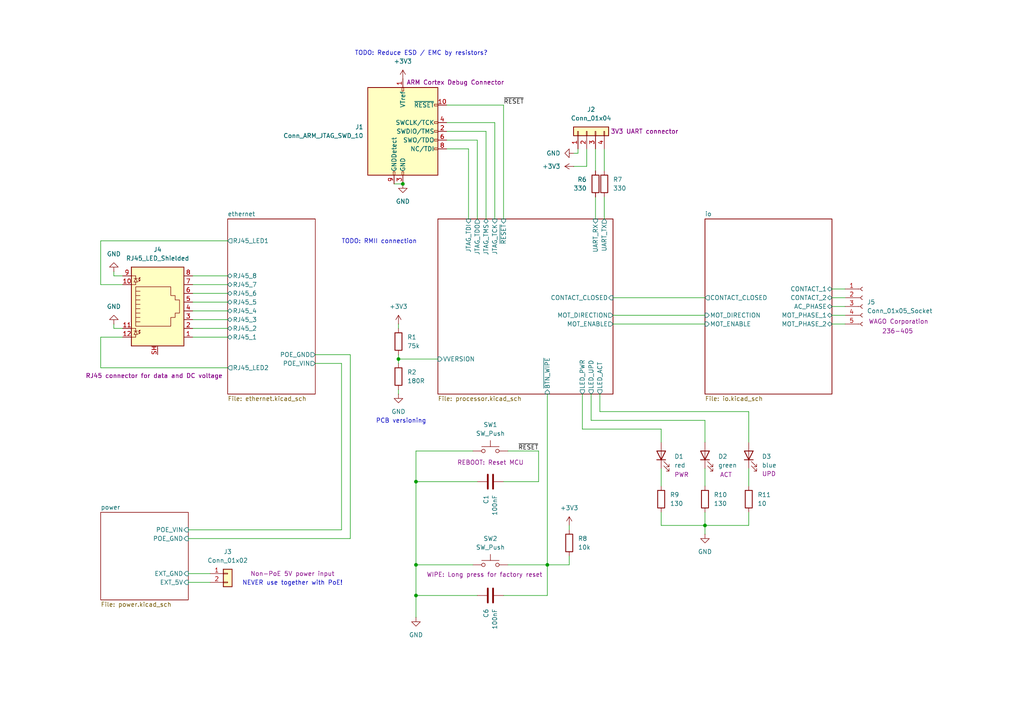
<source format=kicad_sch>
(kicad_sch (version 20250114) (generator "eeschema") (generator_version "9.0")
  (paper "A4")
  (title_block (title "iot-contact"))
  (lib_symbols
    (symbol "Connector:Conn_01x05_Socket" (pin_names (offset 1.016) (hide yes))
      (property "Reference" "J" (at 0 7.62 0))
      (property "Value" "Conn_01x05_Socket" (at 0 -7.62 0))
      (symbol "Conn_01x05_Socket_1_1"
        (polyline (pts (xy -1.27 5.08) (xy -0.508 5.08)) (stroke (width 0.1524)))
        (polyline (pts (xy -1.27 2.54) (xy -0.508 2.54)) (stroke (width 0.1524)))
        (polyline (pts (xy -1.27 0) (xy -0.508 0)) (stroke (width 0.1524)))
        (polyline (pts (xy -1.27 -2.54) (xy -0.508 -2.54)) (stroke (width 0.1524)))
        (polyline (pts (xy -1.27 -5.08) (xy -0.508 -5.08)) (stroke (width 0.1524)))
        (arc (start 0 4.572) (mid -0.5058 5.08) (end 0 5.588) (stroke (width 0.1524)))
        (arc (start 0 2.032) (mid -0.5058 2.54) (end 0 3.048) (stroke (width 0.1524)))
        (arc (start 0 -0.508) (mid -0.5058 0) (end 0 0.508) (stroke (width 0.1524)))
        (arc (start 0 -3.048) (mid -0.5058 -2.54) (end 0 -2.032) (stroke (width 0.1524)))
        (arc (start 0 -5.588) (mid -0.5058 -5.08) (end 0 -4.572) (stroke (width 0.1524)))
        (pin passive line (at -5.08 5.08 0) (length 3.81) (name "Pin_1") (number "1"))
        (pin passive line (at -5.08 2.54 0) (length 3.81) (name "Pin_2") (number "2"))
        (pin passive line (at -5.08 0 0) (length 3.81) (name "Pin_3") (number "3"))
        (pin passive line (at -5.08 -2.54 0) (length 3.81) (name "Pin_4") (number "4"))
        (pin passive line (at -5.08 -5.08 0) (length 3.81) (name "Pin_5") (number "5"))
      )
    )
    (symbol "Connector:Conn_ARM_JTAG_SWD_10" (pin_names (offset 1.016))
      (property "Reference" "J" (at -2.54 16.51 0))
      (property "Value" "Conn_ARM_JTAG_SWD_10" (at -2.54 13.97 0))
      (symbol "Conn_ARM_JTAG_SWD_10_0_1"
        (rectangle (start -10.16 12.7) (end 10.16 -12.7) (stroke (width 0.254)) (fill (type background)))
        (rectangle (start -2.794 -12.7) (end -2.286 -11.684))
        (rectangle (start -0.254 12.7) (end 0.254 11.684))
        (rectangle (start -0.254 -12.7) (end 0.254 -11.684))
        (rectangle (start 9.144 2.286) (end 10.16 2.794))
        (rectangle (start 10.16 7.874) (end 9.144 7.366))
        (rectangle (start 10.16 -0.254) (end 9.144 0.254))
        (rectangle (start 10.16 -2.794) (end 9.144 -2.286))
      )
      (symbol "Conn_ARM_JTAG_SWD_10_1_1"
        (rectangle (start 9.144 -5.334) (end 10.16 -4.826))
        (pin no_connect line (at -10.16 0 0) (length 2.54) (hide yes) (name "KEY") (number "7"))
        (pin passive line (at -2.54 -15.24 90) (length 2.54) (name "GNDDetect") (number "9"))
        (pin power_in line (at 0 15.24 270) (length 2.54) (name "VTref") (number "1"))
        (pin power_in line (at 0 -15.24 90) (length 2.54) (name "GND") (number "3"))
        (pin passive line (at 0 -15.24 90) (length 2.54) (hide yes) (name "GND") (number "5"))
        (pin open_collector line (at 12.7 7.62 180) (length 2.54) (name "~{RESET}") (number "10"))
        (pin output line (at 12.7 2.54 180) (length 2.54) (name "SWCLK/TCK") (number "4"))
        (pin bidirectional line (at 12.7 0 180) (length 2.54) (name "SWDIO/TMS") (number "2"))
        (pin input line (at 12.7 -2.54 180) (length 2.54) (name "SWO/TDO") (number "6"))
        (pin output line (at 12.7 -5.08 180) (length 2.54) (name "NC/TDI") (number "8"))
      )
    )
    (symbol "Connector:RJ45_LED_Shielded" (pin_names (offset 1.016))
      (property "Reference" "J" (at -5.08 13.97 0))
      (property "Value" "RJ45_LED_Shielded" (at 1.27 13.97 0))
      (symbol "RJ45_LED_Shielded_0_1"
        (polyline (pts (xy -7.62 10.16) (xy -6.35 10.16)))
        (polyline (pts (xy -7.62 7.62) (xy -6.35 7.62)))
        (polyline (pts (xy -7.62 -5.08) (xy -6.35 -5.08)))
        (polyline (pts (xy -7.62 -7.62) (xy -6.35 -7.62)))
        (polyline (pts (xy -6.858 9.398) (xy -5.842 9.398)))
        (polyline (pts (xy -6.858 -5.842) (xy -5.842 -5.842)))
        (polyline (pts (xy -6.35 10.16) (xy -6.35 9.398)))
        (polyline (pts (xy -6.35 9.398) (xy -6.858 8.382) (xy -5.842 8.382) (xy -6.35 9.398)))
        (polyline (pts (xy -6.35 7.62) (xy -6.35 8.382)))
        (polyline (pts (xy -6.35 1.905) (xy -5.08 1.905) (xy -5.08 1.905)))
        (polyline (pts (xy -6.35 0.635) (xy -5.08 0.635) (xy -5.08 0.635)))
        (polyline (pts (xy -6.35 -0.635) (xy -5.08 -0.635) (xy -5.08 -0.635)))
        (polyline (pts (xy -6.35 -1.905) (xy -5.08 -1.905) (xy -5.08 -1.905)))
        (polyline (pts (xy -6.35 -3.175) (xy -5.08 -3.175) (xy -5.08 -3.175)))
        (polyline (pts (xy -6.35 -4.445) (xy -6.35 6.985) (xy 3.81 6.985) (xy 3.81 4.445) (xy 5.08 4.445) (xy 5.08 3.175) (xy 6.35 3.175) (xy 6.35 -0.635) (xy 5.08 -0.635) (xy 5.08 -1.905) (xy 3.81 -1.905) (xy 3.81 -4.445) (xy -6.35 -4.445) (xy -6.35 -4.445)))
        (polyline (pts (xy -6.35 -5.08) (xy -6.35 -5.842)))
        (polyline (pts (xy -6.35 -5.842) (xy -6.858 -6.858) (xy -5.842 -6.858) (xy -6.35 -5.842)))
        (polyline (pts (xy -6.35 -7.62) (xy -6.35 -6.858)))
        (polyline (pts (xy -5.588 9.144) (xy -5.08 9.652) (xy -5.461 9.525)))
        (polyline (pts (xy -5.588 8.509) (xy -5.08 9.017) (xy -5.461 8.89)))
        (polyline (pts (xy -5.588 -6.096) (xy -5.08 -5.588) (xy -5.461 -5.715)))
        (polyline (pts (xy -5.588 -6.731) (xy -5.08 -6.223) (xy -5.461 -6.35)))
        (polyline (pts (xy -5.08 9.652) (xy -5.207 9.271)))
        (polyline (pts (xy -5.08 9.017) (xy -5.207 8.636)))
        (polyline (pts (xy -5.08 5.715) (xy -6.35 5.715)))
        (polyline (pts (xy -5.08 4.445) (xy -6.35 4.445)))
        (polyline (pts (xy -5.08 3.175) (xy -6.35 3.175) (xy -6.35 3.175)))
        (polyline (pts (xy -5.08 -5.588) (xy -5.207 -5.969)))
        (polyline (pts (xy -5.08 -6.223) (xy -5.207 -6.604)))
        (rectangle (start 7.62 12.7) (end -7.62 -10.16) (stroke (width 0.254)) (fill (type background)))
      )
      (symbol "RJ45_LED_Shielded_1_1"
        (pin passive line (at -10.16 10.16 0) (length 2.54) (name "~") (number "9"))
        (pin passive line (at -10.16 7.62 0) (length 2.54) (name "~") (number "10"))
        (pin passive line (at -10.16 -5.08 0) (length 2.54) (name "~") (number "11"))
        (pin passive line (at -10.16 -7.62 0) (length 2.54) (name "~") (number "12"))
        (pin passive line (at 0 -12.7 90) (length 2.54) (name "~") (number "SH"))
        (pin passive line (at 10.16 10.16 180) (length 2.54) (name "~") (number "8"))
        (pin passive line (at 10.16 7.62 180) (length 2.54) (name "~") (number "7"))
        (pin passive line (at 10.16 5.08 180) (length 2.54) (name "~") (number "6"))
        (pin passive line (at 10.16 2.54 180) (length 2.54) (name "~") (number "5"))
        (pin passive line (at 10.16 0 180) (length 2.54) (name "~") (number "4"))
        (pin passive line (at 10.16 -2.54 180) (length 2.54) (name "~") (number "3"))
        (pin passive line (at 10.16 -5.08 180) (length 2.54) (name "~") (number "2"))
        (pin passive line (at 10.16 -7.62 180) (length 2.54) (name "~") (number "1"))
      )
    )
    (symbol "Connector_Generic:Conn_01x02" (pin_names (offset 1.016) (hide yes))
      (property "Reference" "J" (at 0 2.54 0))
      (property "Value" "Conn_01x02" (at 0 -5.08 0))
      (symbol "Conn_01x02_1_1"
        (rectangle (start -1.27 1.27) (end 1.27 -3.81) (stroke (width 0.254)) (fill (type background)))
        (rectangle (start -1.27 0.127) (end 0 -0.127) (stroke (width 0.1524)))
        (rectangle (start -1.27 -2.413) (end 0 -2.667) (stroke (width 0.1524)))
        (pin passive line (at -5.08 0 0) (length 3.81) (name "Pin_1") (number "1"))
        (pin passive line (at -5.08 -2.54 0) (length 3.81) (name "Pin_2") (number "2"))
      )
    )
    (symbol "Connector_Generic:Conn_01x04" (pin_names (offset 1.016) (hide yes))
      (property "Reference" "J" (at 0 5.08 0))
      (property "Value" "Conn_01x04" (at 0 -7.62 0))
      (symbol "Conn_01x04_1_1"
        (rectangle (start -1.27 3.81) (end 1.27 -6.35) (stroke (width 0.254)) (fill (type background)))
        (rectangle (start -1.27 2.667) (end 0 2.413) (stroke (width 0.1524)))
        (rectangle (start -1.27 0.127) (end 0 -0.127) (stroke (width 0.1524)))
        (rectangle (start -1.27 -2.413) (end 0 -2.667) (stroke (width 0.1524)))
        (rectangle (start -1.27 -4.953) (end 0 -5.207) (stroke (width 0.1524)))
        (pin passive line (at -5.08 2.54 0) (length 3.81) (name "Pin_1") (number "1"))
        (pin passive line (at -5.08 0 0) (length 3.81) (name "Pin_2") (number "2"))
        (pin passive line (at -5.08 -2.54 0) (length 3.81) (name "Pin_3") (number "3"))
        (pin passive line (at -5.08 -5.08 0) (length 3.81) (name "Pin_4") (number "4"))
      )
    )
    (symbol "Device:C" (pin_numbers (hide yes)) (pin_names (offset 0.254))
      (property "Reference" "C" (at 0.635 2.54 0))
      (property "Value" "C" (at 0.635 -2.54 0))
      (symbol "C_0_1"
        (polyline (pts (xy -2.032 0.762) (xy 2.032 0.762)) (stroke (width 0.508)))
        (polyline (pts (xy -2.032 -0.762) (xy 2.032 -0.762)) (stroke (width 0.508)))
      )
      (symbol "C_1_1"
        (pin passive line (at 0 3.81 270) (length 2.794) (name "~") (number "1"))
        (pin passive line (at 0 -3.81 90) (length 2.794) (name "~") (number "2"))
      )
    )
    (symbol "Device:LED" (pin_numbers (hide yes)) (pin_names (offset 1.016) (hide yes))
      (property "Reference" "D" (at 0 2.54 0))
      (property "Value" "LED" (at 0 -2.54 0))
      (symbol "LED_0_1"
        (polyline (pts (xy -3.048 -0.762) (xy -4.572 -2.286) (xy -3.81 -2.286) (xy -4.572 -2.286) (xy -4.572 -1.524)))
        (polyline (pts (xy -1.778 -0.762) (xy -3.302 -2.286) (xy -2.54 -2.286) (xy -3.302 -2.286) (xy -3.302 -1.524)))
        (polyline (pts (xy -1.27 0) (xy 1.27 0)))
        (polyline (pts (xy -1.27 -1.27) (xy -1.27 1.27)) (stroke (width 0.254)))
        (polyline (pts (xy 1.27 -1.27) (xy 1.27 1.27) (xy -1.27 0) (xy 1.27 -1.27)) (stroke (width 0.254)))
      )
      (symbol "LED_1_1"
        (pin passive line (at -3.81 0 0) (length 2.54) (name "K") (number "1"))
        (pin passive line (at 3.81 0 180) (length 2.54) (name "A") (number "2"))
      )
    )
    (symbol "Device:R" (pin_numbers (hide yes)) (pin_names (offset 0))
      (property "Reference" "R" (at 2.032 0 90))
      (property "Value" "R" (at 0 0 90))
      (symbol "R_0_1"
        (rectangle (start -1.016 -2.54) (end 1.016 2.54) (stroke (width 0.254)))
      )
      (symbol "R_1_1"
        (pin passive line (at 0 3.81 270) (length 1.27) (name "~") (number "1"))
        (pin passive line (at 0 -3.81 90) (length 1.27) (name "~") (number "2"))
      )
    )
    (symbol "Switch:SW_Push" (pin_numbers (hide yes)) (pin_names (offset 1.016) (hide yes))
      (property "Reference" "SW" (at 1.27 2.54 0))
      (property "Value" "SW_Push" (at 0 -1.524 0))
      (symbol "SW_Push_0_1"
        (circle (center -2.032 0) (radius 0.508))
        (polyline (pts (xy 0 1.27) (xy 0 3.048)))
        (circle (center 2.032 0) (radius 0.508))
        (polyline (pts (xy 2.54 1.27) (xy -2.54 1.27)))
        (pin passive line (at -5.08 0 0) (length 2.54) (name "1") (number "1"))
        (pin passive line (at 5.08 0 180) (length 2.54) (name "2") (number "2"))
      )
    )
    (symbol "power:+3V3" (power) (pin_numbers (hide yes)) (pin_names (offset 0) (hide yes))
      (property "Value" "+3V3" (at 0 3.556 0))
      (symbol "+3V3_0_1"
        (polyline (pts (xy -0.762 1.27) (xy 0 2.54)))
        (polyline (pts (xy 0 2.54) (xy 0.762 1.27)))
        (polyline (pts (xy 0 0) (xy 0 2.54)))
      )
      (symbol "+3V3_1_1"
        (pin power_in line (at 0 0 90) (length 0) (name "~") (number "1"))
      )
    )
    (symbol "power:GND" (power) (pin_numbers (hide yes)) (pin_names (offset 0) (hide yes))
      (property "Value" "GND" (at 0 -3.81 0))
      (symbol "GND_0_1"
        (polyline (pts (xy 0 0) (xy 0 -1.27) (xy 1.27 -1.27) (xy 0 -2.54) (xy -1.27 -1.27) (xy 0 -1.27)))
      )
      (symbol "GND_1_1"
        (pin power_in line (at 0 0 270) (length 0) (name "~") (number "1"))
      )
    )
  )
  (text "NEVER use together with PoE!" (at 84.836 169.164 0) (effects (font (size 1.27 1.27))))
  (text "PCB versioning" (at 116.332 122.174 0) (effects (font (size 1.27 1.27))))
  (text "TODO: Reduce ESD / EMC by resistors?" (at 122.174 15.494 0) (effects (font (size 1.27 1.27))))
  (text "TODO: RMII connection" (at 109.982 70.104 0) (effects (font (size 1.27 1.27))))
  (junction (at 120.65 172.72))
  (junction (at 120.65 163.83))
  (junction (at 204.47 152.4))
  (junction (at 120.65 139.7))
  (junction (at 158.75 163.83))
  (junction (at 115.57 104.14))
  (junction (at 116.84 53.34))
  (wire (pts (xy 204.47 152.4) (xy 204.47 154.94)))
  (wire (pts (xy 138.43 40.64) (xy 138.43 63.5)))
  (wire (pts (xy 175.26 57.15) (xy 175.26 63.5)))
  (wire (pts (xy 241.3 93.98) (xy 245.11 93.98)))
  (wire (pts (xy 29.21 82.55) (xy 35.56 82.55)))
  (wire (pts (xy 120.65 163.83) (xy 137.16 163.83)))
  (wire (pts (xy 120.65 163.83) (xy 120.65 172.72)))
  (wire (pts (xy 115.57 102.87) (xy 115.57 104.14)))
  (wire (pts (xy 55.88 80.01) (xy 66.04 80.01)))
  (wire (pts (xy 33.02 80.01) (xy 35.56 80.01)))
  (wire (pts (xy 146.05 139.7) (xy 156.21 139.7)))
  (wire (pts (xy 170.18 48.26) (xy 166.37 48.26)))
  (wire (pts (xy 158.75 172.72) (xy 158.75 163.83)))
  (wire (pts (xy 147.32 163.83) (xy 158.75 163.83)))
  (wire (pts (xy 191.77 148.59) (xy 191.77 152.4)))
  (wire (pts (xy 129.54 35.56) (xy 143.51 35.56)))
  (wire (pts (xy 165.1 163.83) (xy 158.75 163.83)))
  (wire (pts (xy 177.8 86.36) (xy 204.47 86.36)))
  (wire (pts (xy 129.54 30.48) (xy 146.05 30.48)))
  (wire (pts (xy 146.05 30.48) (xy 146.05 63.5)))
  (wire (pts (xy 158.75 114.3) (xy 158.75 163.83)))
  (wire (pts (xy 120.65 130.81) (xy 120.65 139.7)))
  (wire (pts (xy 55.88 85.09) (xy 66.04 85.09)))
  (wire (pts (xy 191.77 152.4) (xy 204.47 152.4)))
  (wire (pts (xy 33.02 93.98) (xy 33.02 95.25)))
  (wire (pts (xy 241.3 91.44) (xy 245.11 91.44)))
  (wire (pts (xy 91.44 102.87) (xy 101.6 102.87)))
  (wire (pts (xy 114.3 53.34) (xy 116.84 53.34)))
  (wire (pts (xy 173.99 114.3) (xy 173.99 119.38)))
  (wire (pts (xy 129.54 40.64) (xy 138.43 40.64)))
  (wire (pts (xy 166.37 44.45) (xy 167.64 44.45)))
  (wire (pts (xy 172.72 57.15) (xy 172.72 63.5)))
  (wire (pts (xy 115.57 104.14) (xy 115.57 105.41)))
  (wire (pts (xy 241.3 83.82) (xy 245.11 83.82)))
  (wire (pts (xy 120.65 139.7) (xy 120.65 163.83)))
  (wire (pts (xy 115.57 104.14) (xy 127 104.14)))
  (wire (pts (xy 115.57 113.03) (xy 115.57 114.3)))
  (wire (pts (xy 168.91 124.46) (xy 168.91 114.3)))
  (wire (pts (xy 170.18 43.18) (xy 170.18 48.26)))
  (wire (pts (xy 101.6 156.21) (xy 54.61 156.21)))
  (wire (pts (xy 241.3 86.36) (xy 245.11 86.36)))
  (wire (pts (xy 217.17 135.89) (xy 217.17 140.97)))
  (wire (pts (xy 129.54 43.18) (xy 135.89 43.18)))
  (wire (pts (xy 120.65 139.7) (xy 138.43 139.7)))
  (wire (pts (xy 55.88 82.55) (xy 66.04 82.55)))
  (wire (pts (xy 165.1 152.4) (xy 165.1 153.67)))
  (wire (pts (xy 172.72 43.18) (xy 172.72 49.53)))
  (wire (pts (xy 165.1 161.29) (xy 165.1 163.83)))
  (wire (pts (xy 241.3 88.9) (xy 245.11 88.9)))
  (wire (pts (xy 115.57 93.98) (xy 115.57 95.25)))
  (wire (pts (xy 55.88 97.79) (xy 66.04 97.79)))
  (wire (pts (xy 167.64 44.45) (xy 167.64 43.18)))
  (wire (pts (xy 120.65 172.72) (xy 120.65 179.07)))
  (wire (pts (xy 140.97 38.1) (xy 140.97 63.5)))
  (wire (pts (xy 33.02 78.74) (xy 33.02 80.01)))
  (wire (pts (xy 173.99 119.38) (xy 217.17 119.38)))
  (wire (pts (xy 99.06 153.67) (xy 54.61 153.67)))
  (wire (pts (xy 175.26 43.18) (xy 175.26 49.53)))
  (wire (pts (xy 177.8 91.44) (xy 204.47 91.44)))
  (wire (pts (xy 217.17 152.4) (xy 204.47 152.4)))
  (wire (pts (xy 29.21 97.79) (xy 35.56 97.79)))
  (wire (pts (xy 143.51 35.56) (xy 143.51 63.5)))
  (wire (pts (xy 171.45 114.3) (xy 171.45 121.92)))
  (wire (pts (xy 55.88 87.63) (xy 66.04 87.63)))
  (wire (pts (xy 129.54 38.1) (xy 140.97 38.1)))
  (wire (pts (xy 191.77 124.46) (xy 191.77 128.27)))
  (wire (pts (xy 204.47 135.89) (xy 204.47 140.97)))
  (wire (pts (xy 204.47 121.92) (xy 204.47 128.27)))
  (wire (pts (xy 135.89 43.18) (xy 135.89 63.5)))
  (wire (pts (xy 171.45 121.92) (xy 204.47 121.92)))
  (wire (pts (xy 55.88 95.25) (xy 66.04 95.25)))
  (wire (pts (xy 60.96 166.37) (xy 54.61 166.37)))
  (wire (pts (xy 120.65 130.81) (xy 137.16 130.81)))
  (wire (pts (xy 217.17 119.38) (xy 217.17 128.27)))
  (wire (pts (xy 60.96 168.91) (xy 54.61 168.91)))
  (wire (pts (xy 177.8 93.98) (xy 204.47 93.98)))
  (wire (pts (xy 191.77 124.46) (xy 168.91 124.46)))
  (wire (pts (xy 99.06 105.41) (xy 99.06 153.67)))
  (wire (pts (xy 191.77 135.89) (xy 191.77 140.97)))
  (wire (pts (xy 204.47 148.59) (xy 204.47 152.4)))
  (wire (pts (xy 29.21 69.85) (xy 29.21 82.55)))
  (wire (pts (xy 147.32 130.81) (xy 156.21 130.81)))
  (wire (pts (xy 146.05 172.72) (xy 158.75 172.72)))
  (wire (pts (xy 91.44 105.41) (xy 99.06 105.41)))
  (wire (pts (xy 55.88 90.17) (xy 66.04 90.17)))
  (wire (pts (xy 101.6 102.87) (xy 101.6 156.21)))
  (wire (pts (xy 33.02 95.25) (xy 35.56 95.25)))
  (wire (pts (xy 217.17 148.59) (xy 217.17 152.4)))
  (wire (pts (xy 138.43 172.72) (xy 120.65 172.72)))
  (wire (pts (xy 55.88 92.71) (xy 66.04 92.71)))
  (wire (pts (xy 29.21 106.68) (xy 29.21 97.79)))
  (wire (pts (xy 66.04 69.85) (xy 29.21 69.85)))
  (wire (pts (xy 66.04 106.68) (xy 29.21 106.68)))
  (wire (pts (xy 156.21 139.7) (xy 156.21 130.81)))
  (label "~{RESET}" (at 146.05 30.48 0))
  (label "~{RESET}" (at 156.21 130.81 180))
  (symbol (lib_id "Device:R") (at 217.17 144.78 0) (unit 1)
    (property "Reference" "R11" (at 219.71 143.5099 0) (effects (justify left)))
    (property "Value" "10" (at 219.71 146.0499 0) (effects (justify left)))
    (property "Description" "Resistor" (effects (hide yes)))
  )
  (symbol (lib_id "power:GND") (at 33.02 93.98 180) (unit 1)
    (property "Reference" "#PWR08" (effects (hide yes)))
    (property "Value" "GND" (at 33.02 88.9 0))
    (property "Description" "Power symbol creates a global label with name \"GND\" , ground" (effects (hide yes)))
  )
  (symbol (lib_id "Switch:SW_Push") (at 142.24 130.81 0) (mirror y) (unit 1)
    (property "Reference" "SW1" (at 142.24 123.19 0))
    (property "Value" "SW_Push" (at 142.24 125.73 0))
    (property "Footprint" "Button_Switch_SMD:SW_SPST_TL3305B" (effects (hide yes)))
    (property "Datasheet" "https://www.e-switch.com/wp-content/uploads/2024/08/TL3305.pdf" (effects (hide yes)))
    (property "Description" "REBOOT: Reset MCU" (at 132.588 134.112 0) (effects (justify right)))
    (property "MPN" "TL3305BF260QG" (effects (hide yes)))
    (property "Manufacturer" "E-Switch" (effects (hide yes)))
  )
  (symbol (lib_id "Connector:RJ45_LED_Shielded") (at 45.72 90.17 0) (unit 1)
    (property "Reference" "J4" (at 45.72 72.39 0))
    (property "Value" "RJ45_LED_Shielded" (at 45.72 74.93 0))
    (property "Footprint" "Connector_RJ:RJ45_BEL_SS74301-00x_Vertical" (effects (hide yes)))
    (property "Datasheet" "https://www.cinch.com/media/datasheets/products/ethernet-usb/ds-stw-2.5g-connectors.pdf" (effects (hide yes)))
    (property "Description" "RJ45 connector for data and DC voltage" (at 44.704 108.966 0))
    (property "MPN" "SS-74301-001" (effects (hide yes)))
    (property "Manufacturer" "Stewart Connector" (effects (hide yes)))
  )
  (symbol (lib_id "Device:R") (at 115.57 109.22 0) (unit 1)
    (property "Reference" "R2" (at 118.11 107.9499 0) (effects (justify left)))
    (property "Value" "180R" (at 118.11 110.4899 0) (effects (justify left)))
    (property "Description" "Resistor" (effects (hide yes)))
  )
  (symbol (lib_id "Device:R") (at 175.26 53.34 0) (unit 1)
    (property "Reference" "R7" (at 177.8 52.0699 0) (effects (justify left)))
    (property "Value" "330" (at 177.8 54.6099 0) (effects (justify left)))
    (property "Description" "Resistor" (effects (hide yes)))
  )
  (symbol (lib_id "Switch:SW_Push") (at 142.24 163.83 0) (mirror y) (unit 1)
    (property "Reference" "SW2" (at 142.24 156.21 0))
    (property "Value" "SW_Push" (at 142.24 158.75 0))
    (property "Footprint" "Button_Switch_SMD:SW_SPST_TL3305B" (effects (hide yes)))
    (property "Datasheet" "https://www.e-switch.com/wp-content/uploads/2024/08/TL3305.pdf" (effects (hide yes)))
    (property "Description" "WIPE: Long press for factory reset" (at 123.698 166.624 0) (effects (justify right)))
    (property "MPN" "TL3305BF260QG" (effects (hide yes)))
    (property "Manufacturer" "E-Switch" (effects (hide yes)))
  )
  (symbol (lib_id "Device:R") (at 115.57 99.06 0) (unit 1)
    (property "Reference" "R1" (at 118.11 97.7899 0) (effects (justify left)))
    (property "Value" "75k" (at 118.11 100.3299 0) (effects (justify left)))
    (property "Description" "Resistor" (effects (hide yes)))
  )
  (symbol (lib_id "Device:LED") (at 217.17 132.08 90) (unit 1)
    (property "Reference" "D3" (at 220.98 132.3974 90) (effects (justify right)))
    (property "Value" "blue" (at 220.98 134.9374 90) (effects (justify right)))
    (property "Footprint" "LED_SMD:LED_1206_3216Metric" (effects (hide yes)))
    (property "Datasheet" "https://s3-us-west-2.amazonaws.com/catsy.557/Dialight_CBI_data_598-1206_Apr2018.pdf" (effects (hide yes)))
    (property "Description" "UPD" (at 220.98 137.414 90) (effects (justify right)))
    (property "MPN" "598-8291-107F" (effects (hide yes)))
    (property "Manufacturer" "Dialight" (effects (hide yes)))
  )
  (symbol (lib_id "Connector_Generic:Conn_01x04") (at 170.18 38.1 90) (unit 1)
    (property "Reference" "J2" (at 171.45 31.75 90))
    (property "Value" "Conn_01x04" (at 171.45 34.29 90))
    (property "Footprint" "Connector_PinHeader_2.54mm:PinHeader_1x04_P2.54mm_Vertical" (effects (hide yes)))
    (property "Description" "3V3 UART connector" (at 186.944 38.1 90))
  )
  (symbol (lib_id "Device:R") (at 165.1 157.48 0) (unit 1)
    (property "Reference" "R8" (at 167.64 156.2099 0) (effects (justify left)))
    (property "Value" "10k" (at 167.64 158.7499 0) (effects (justify left)))
    (property "Description" "Resistor" (effects (hide yes)))
  )
  (symbol (lib_id "Connector:Conn_ARM_JTAG_SWD_10") (at 116.84 38.1 0) (unit 1)
    (property "Reference" "J1" (at 105.41 36.8299 0) (effects (justify right)))
    (property "Value" "Conn_ARM_JTAG_SWD_10" (at 105.41 39.3699 0) (effects (justify right)))
    (property "Datasheet" "https://mm.digikey.com/Volume0/opasdata/d220001/medias/docus/6209/ftsh-1xx-xx-xxx-dv-xxx-xxx-x-xx-mkt.pdf" (effects (hide yes)))
    (property "Description" "ARM Cortex Debug Connector" (at 132.08 23.876 0))
    (property "MPN" "FTSH-105-01-L-DV-007-K-TR" (effects (hide yes)))
    (property "Manufacturer" "samtec" (effects (hide yes)))
  )
  (symbol (lib_id "Connector_Generic:Conn_01x02") (at 66.04 166.37 0) (unit 1)
    (property "Reference" "J3" (at 66.04 160.02 0))
    (property "Value" "Conn_01x02" (at 66.04 162.56 0))
    (property "Footprint" "Connector_PinHeader_2.54mm:PinHeader_1x02_P2.54mm_Vertical" (effects (hide yes)))
    (property "Description" "Non-PoE 5V power input" (at 84.836 166.37 0))
  )
  (symbol (lib_id "power:GND") (at 120.65 179.07 0) (unit 1)
    (property "Reference" "#PWR04" (effects (hide yes)))
    (property "Value" "GND" (at 120.65 184.15 0))
    (property "Description" "Power symbol creates a global label with name \"GND\" , ground" (effects (hide yes)))
  )
  (symbol (lib_id "Connector:Conn_01x05_Socket") (at 250.19 88.9 0) (unit 1)
    (property "Reference" "J5" (at 251.46 87.6299 0) (effects (justify left)))
    (property "Value" "Conn_01x05_Socket" (at 251.46 90.1699 0) (effects (justify left)))
    (property "Footprint" "TerminalBlock_WAGO:TerminalBlock_WAGO_236-405_1x05_P5.00mm_45Degree" (effects (hide yes)))
    (property "Description" "Generic connector, single row, 01x05, script generated" (effects (hide yes)))
    (property "MPN" "236-405" (at 260.35 96.012 0))
    (property "Manufacturer" "WAGO Corporation" (at 260.604 93.218 0))
  )
  (symbol (lib_id "power:+3V3") (at 166.37 48.26 90) (unit 1)
    (property "Reference" "#PWR06" (effects (hide yes)))
    (property "Value" "+3V3" (at 162.56 48.2599 90) (effects (justify left)))
    (property "Description" "Power symbol creates a global label with name \"+3V3\"" (effects (hide yes)))
  )
  (symbol (lib_id "power:+3V3") (at 165.1 152.4 0) (unit 1)
    (property "Reference" "#PWR013" (effects (hide yes)))
    (property "Value" "+3V3" (at 165.1 147.32 0))
    (property "Description" "Power symbol creates a global label with name \"+3V3\"" (effects (hide yes)))
  )
  (symbol (lib_id "Device:LED") (at 204.47 132.08 90) (unit 1)
    (property "Reference" "D2" (at 208.28 132.3974 90) (effects (justify right)))
    (property "Value" "green" (at 208.28 134.9374 90) (effects (justify right)))
    (property "Footprint" "LED_SMD:LED_1206_3216Metric" (effects (hide yes)))
    (property "Datasheet" "https://s3-us-west-2.amazonaws.com/catsy.557/Dialight_CBI_data_598-1206_Apr2018.pdf" (effects (hide yes)))
    (property "Description" "ACT" (at 208.788 137.668 90) (effects (justify right)))
    (property "MPN" "598-8270-107F" (effects (hide yes)))
    (property "Manufacturer" "Dialight" (effects (hide yes)))
  )
  (symbol (lib_id "Device:R") (at 191.77 144.78 0) (unit 1)
    (property "Reference" "R9" (at 194.31 143.5099 0) (effects (justify left)))
    (property "Value" "130" (at 194.31 146.0499 0) (effects (justify left)))
    (property "Description" "Resistor" (effects (hide yes)))
  )
  (symbol (lib_id "Device:R") (at 172.72 53.34 0) (mirror y) (unit 1)
    (property "Reference" "R6" (at 170.18 52.0699 0) (effects (justify left)))
    (property "Value" "330" (at 170.18 54.6099 0) (effects (justify left)))
    (property "Description" "Resistor" (effects (hide yes)))
  )
  (symbol (lib_id "power:GND") (at 116.84 53.34 0) (unit 1)
    (property "Reference" "#PWR02" (effects (hide yes)))
    (property "Value" "GND" (at 116.84 58.42 0))
    (property "Description" "Power symbol creates a global label with name \"GND\" , ground" (effects (hide yes)))
  )
  (symbol (lib_id "power:+3V3") (at 115.57 93.98 0) (unit 1)
    (property "Reference" "#PWR09" (effects (hide yes)))
    (property "Value" "+3V3" (at 115.57 88.9 0))
    (property "Description" "Power symbol creates a global label with name \"+3V3\"" (effects (hide yes)))
  )
  (symbol (lib_id "power:GND") (at 204.47 154.94 0) (unit 1)
    (property "Reference" "#PWR03" (effects (hide yes)))
    (property "Value" "GND" (at 204.47 160.02 0))
    (property "Description" "Power symbol creates a global label with name \"GND\" , ground" (effects (hide yes)))
  )
  (symbol (lib_id "power:GND") (at 166.37 44.45 270) (unit 1)
    (property "Reference" "#PWR05" (effects (hide yes)))
    (property "Value" "GND" (at 162.56 44.4499 90) (effects (justify right)))
    (property "Description" "Power symbol creates a global label with name \"GND\" , ground" (effects (hide yes)))
  )
  (symbol (lib_id "Device:C") (at 142.24 139.7 90) (mirror x) (unit 1)
    (property "Reference" "C1" (at 140.9699 143.51 0) (effects (justify left)))
    (property "Value" "100nF" (at 143.5099 143.51 0) (effects (justify left)))
    (property "Description" "Unpolarized capacitor" (effects (hide yes)))
  )
  (symbol (lib_id "power:GND") (at 115.57 114.3 0) (unit 1)
    (property "Reference" "#PWR010" (effects (hide yes)))
    (property "Value" "GND" (at 115.57 119.38 0))
    (property "Description" "Power symbol creates a global label with name \"GND\" , ground" (effects (hide yes)))
  )
  (symbol (lib_id "Device:C") (at 142.24 172.72 90) (mirror x) (unit 1)
    (property "Reference" "C6" (at 140.9699 176.53 0) (effects (justify left)))
    (property "Value" "100nF" (at 143.5099 176.53 0) (effects (justify left)))
    (property "Description" "Unpolarized capacitor" (effects (hide yes)))
  )
  (symbol (lib_id "Device:R") (at 204.47 144.78 0) (unit 1)
    (property "Reference" "R10" (at 207.01 143.5099 0) (effects (justify left)))
    (property "Value" "130" (at 207.01 146.0499 0) (effects (justify left)))
    (property "Description" "Resistor" (effects (hide yes)))
  )
  (symbol (lib_id "power:+3V3") (at 116.84 22.86 0) (unit 1)
    (property "Reference" "#PWR01" (effects (hide yes)))
    (property "Value" "+3V3" (at 116.84 17.78 0))
    (property "Description" "Power symbol creates a global label with name \"+3V3\"" (effects (hide yes)))
  )
  (symbol (lib_id "Device:LED") (at 191.77 132.08 90) (unit 1)
    (property "Reference" "D1" (at 195.58 132.3974 90) (effects (justify right)))
    (property "Value" "red" (at 195.58 134.9374 90) (effects (justify right)))
    (property "Footprint" "LED_SMD:LED_1206_3216Metric" (effects (hide yes)))
    (property "Datasheet" "https://s3-us-west-2.amazonaws.com/catsy.557/Dialight_CBI_data_598-1206_Apr2018.pdf" (effects (hide yes)))
    (property "Description" "PWR" (at 195.58 137.668 90) (effects (justify right)))
    (property "MPN" "598-8210-107F" (effects (hide yes)))
    (property "Manufacturer" "Dialight" (effects (hide yes)))
  )
  (symbol (lib_id "power:GND") (at 33.02 78.74 180) (unit 1)
    (property "Reference" "#PWR07" (effects (hide yes)))
    (property "Value" "GND" (at 33.02 73.66 0))
    (property "Description" "Power symbol creates a global label with name \"GND\" , ground" (effects (hide yes)))
  )
  (sheet (at 66.04 63.5) (size 25.4 50.8) (stroke (width 0.1524))
    (property "Sheetname" "ethernet" (at 66.04 62.7884 0) (effects (justify left bottom)))
    (property "Sheetfile" "ethernet.kicad_sch" (at 66.04 114.8846 0) (effects (justify left top)))
    (pin "RJ45_1" bidirectional (at 66.04 97.79 180))
    (pin "RJ45_2" bidirectional (at 66.04 95.25 180))
    (pin "RJ45_3" bidirectional (at 66.04 92.71 180))
    (pin "RJ45_4" bidirectional (at 66.04 90.17 180))
    (pin "RJ45_5" bidirectional (at 66.04 87.63 180))
    (pin "RJ45_6" bidirectional (at 66.04 85.09 180))
    (pin "RJ45_7" bidirectional (at 66.04 82.55 180))
    (pin "RJ45_8" bidirectional (at 66.04 80.01 180))
    (pin "RJ45_LED1" output (at 66.04 69.85 180))
    (pin "RJ45_LED2" output (at 66.04 106.68 180))
    (pin "POE_GND" output (at 91.44 102.87 0))
    (pin "POE_VIN" output (at 91.44 105.41 0))
  )
  (sheet (at 204.47 63.5) (size 36.83 50.8) (stroke (width 0.1524))
    (property "Sheetname" "io" (at 204.47 62.7884 0) (effects (justify left bottom)))
    (property "Sheetfile" "io.kicad_sch" (at 204.47 114.8846 0) (effects (justify left top)))
    (pin "AC_PHASE" bidirectional (at 241.3 88.9 0))
    (pin "MOT_PHASE_1" bidirectional (at 241.3 91.44 0))
    (pin "MOT_PHASE_2" bidirectional (at 241.3 93.98 0))
    (pin "CONTACT_1" bidirectional (at 241.3 83.82 0))
    (pin "CONTACT_2" bidirectional (at 241.3 86.36 0))
    (pin "MOT_DIRECTION" input (at 204.47 91.44 180))
    (pin "MOT_ENABLE" input (at 204.47 93.98 180))
    (pin "CONTACT_CLOSED" output (at 204.47 86.36 180))
  )
  (sheet (at 127 63.5) (size 50.8 50.8) (stroke (width 0.1524))
    (property "Sheetname" "processor" (effects (hide yes)))
    (property "Sheetfile" "processor.kicad_sch" (at 127 114.8846 0) (effects (justify left top)))
    (pin "JTAG_TDI" input (at 135.89 63.5 90))
    (pin "JTAG_TDO" output (at 138.43 63.5 90))
    (pin "JTAG_TMS" bidirectional (at 140.97 63.5 90))
    (pin "JTAG_TCK" input (at 143.51 63.5 90))
    (pin "UART_RX" input (at 172.72 63.5 90))
    (pin "UART_TX" output (at 175.26 63.5 90))
    (pin "LED_UPD" output (at 171.45 114.3 270))
    (pin "LED_PWR" output (at 168.91 114.3 270))
    (pin "LED_ACT" output (at 173.99 114.3 270))
    (pin "MOT_DIRECTION" output (at 177.8 91.44 0))
    (pin "MOT_ENABLE" output (at 177.8 93.98 0))
    (pin "CONTACT_CLOSED" input (at 177.8 86.36 0))
    (pin "VVERSION" input (at 127 104.14 180))
    (pin "~{BTN_WIPE}" input (at 158.75 114.3 270))
    (pin "~{RESET}" input (at 146.05 63.5 90))
  )
  (sheet (at 29.21 148.59) (size 25.4 25.4) (stroke (width 0.1524))
    (property "Sheetname" "power" (at 29.21 147.8784 0) (effects (justify left bottom)))
    (property "Sheetfile" "power.kicad_sch" (at 29.21 174.5746 0) (effects (justify left top)))
    (pin "EXT_5V" input (at 54.61 168.91 0))
    (pin "EXT_GND" input (at 54.61 166.37 0))
    (pin "POE_VIN" input (at 54.61 153.67 0))
    (pin "POE_GND" input (at 54.61 156.21 0))
  )
)
</source>
